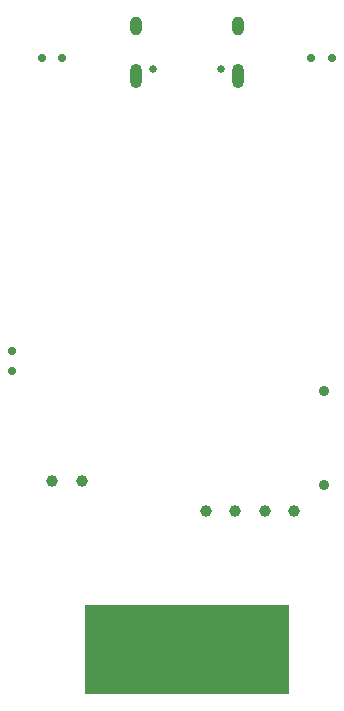
<source format=gbr>
%TF.GenerationSoftware,KiCad,Pcbnew,9.0.0*%
%TF.CreationDate,2025-09-16T23:46:19+02:00*%
%TF.ProjectId,flipper-mce,666c6970-7065-4722-9d6d-63652e6b6963,rev?*%
%TF.SameCoordinates,Original*%
%TF.FileFunction,Soldermask,Bot*%
%TF.FilePolarity,Negative*%
%FSLAX46Y46*%
G04 Gerber Fmt 4.6, Leading zero omitted, Abs format (unit mm)*
G04 Created by KiCad (PCBNEW 9.0.0) date 2025-09-16 23:46:19*
%MOMM*%
%LPD*%
G01*
G04 APERTURE LIST*
%ADD10C,0.100000*%
%ADD11C,0.650000*%
%ADD12O,1.000000X2.100000*%
%ADD13O,1.000000X1.600000*%
%ADD14C,0.700000*%
%ADD15C,0.900000*%
%ADD16C,1.000000*%
G04 APERTURE END LIST*
D10*
X179797800Y-106904846D02*
X196993600Y-106904846D01*
X196993600Y-114423246D01*
X179797800Y-114423246D01*
X179797800Y-106904846D01*
G36*
X179797800Y-106904846D02*
G01*
X196993600Y-106904846D01*
X196993600Y-114423246D01*
X179797800Y-114423246D01*
X179797800Y-106904846D01*
G37*
D11*
%TO.C,J3*%
X191290000Y-61578000D03*
X185510000Y-61578000D03*
D12*
X192720000Y-62108000D03*
D13*
X192720000Y-57928000D03*
D12*
X184080000Y-62108000D03*
D13*
X184080000Y-57928000D03*
%TD*%
D14*
%TO.C,SW3*%
X173625000Y-87150000D03*
X173625000Y-85450000D03*
%TD*%
%TO.C,SW2*%
X176150000Y-60625000D03*
X177850000Y-60625000D03*
%TD*%
D15*
%TO.C,Card1*%
X199978000Y-96773000D03*
X199975000Y-88773000D03*
%TD*%
D14*
%TO.C,SW1*%
X198950000Y-60625000D03*
X200650000Y-60625000D03*
%TD*%
D16*
%TO.C,TP10*%
X192500000Y-99000000D03*
%TD*%
%TO.C,TP9*%
X190000000Y-99000000D03*
%TD*%
%TO.C,TP14*%
X197500000Y-99000000D03*
%TD*%
%TO.C,TP13*%
X195000000Y-99000000D03*
%TD*%
%TO.C,TP12*%
X179500000Y-96400000D03*
%TD*%
%TO.C,TP11*%
X177000000Y-96400000D03*
%TD*%
M02*

</source>
